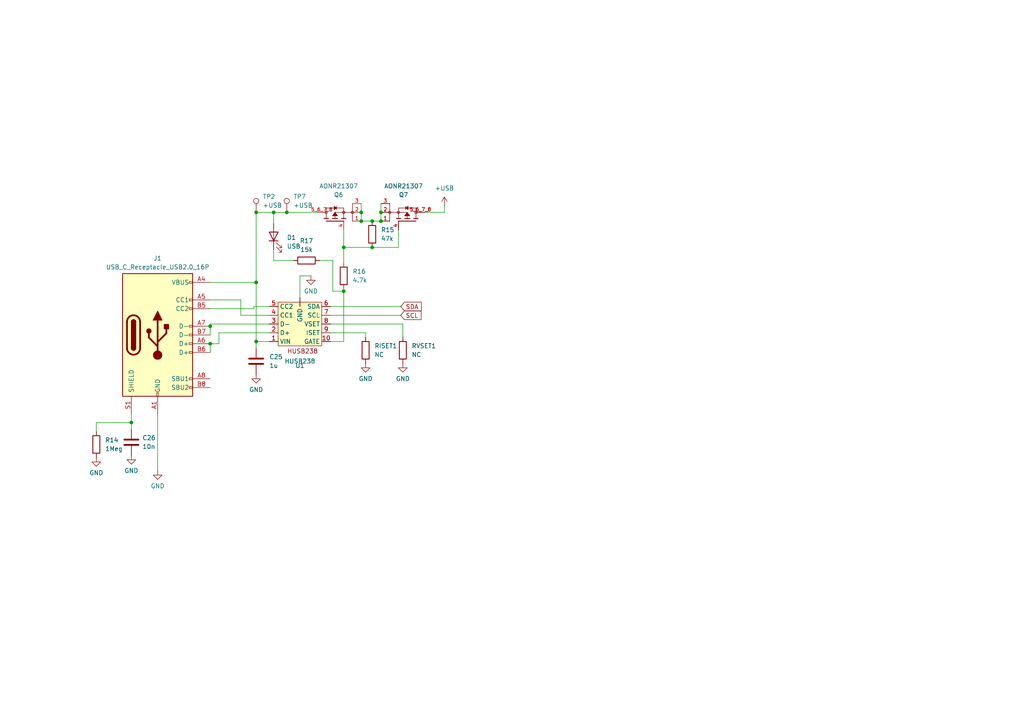
<source format=kicad_sch>
(kicad_sch (version 20231120) (generator "eeschema") (generator_version "8.0")
  (paper "A4")
  (lib_symbols
    (symbol "AONR21307:AONR21307" (pin_names (offset 1.016))
      (property "Reference" "Q" (at 5.08 0.381 0))
      (property "Value" "AONR21307" (at 5.08 -2.159 0))
      (symbol "AONR21307_0_0"
        (polyline (pts (xy 0 -2.54) (xy 0 2.54)) (stroke (width 0.254)))
        (polyline (pts (xy 0 5.08) (xy 2.54 5.08)) (stroke (width 0.1524)))
        (polyline (pts (xy 0.762 -3.175) (xy 0.762 -2.54)) (stroke (width 0.254)))
        (polyline (pts (xy 0.762 -2.54) (xy 0.762 -1.905)) (stroke (width 0.254)))
        (polyline (pts (xy 0.762 -2.54) (xy 3.81 -2.54)) (stroke (width 0.1524)))
        (polyline (pts (xy 0.762 -0.762) (xy 0.762 0)) (stroke (width 0.254)))
        (polyline (pts (xy 0.762 0) (xy 0.762 0.762)) (stroke (width 0.254)))
        (polyline (pts (xy 0.762 0) (xy 2.54 0)) (stroke (width 0.1524)))
        (polyline (pts (xy 0.762 1.905) (xy 0.762 2.54)) (stroke (width 0.254)))
        (polyline (pts (xy 0.762 2.54) (xy 0.762 3.175)) (stroke (width 0.254)))
        (polyline (pts (xy 2.54 0) (xy 2.54 2.54)) (stroke (width 0.1524)))
        (polyline (pts (xy 2.54 2.54) (xy 0.762 2.54)) (stroke (width 0.1524)))
        (polyline (pts (xy 2.54 2.54) (xy 3.81 2.54)) (stroke (width 0.1524)))
        (polyline (pts (xy 2.54 5.08) (xy 2.54 2.54)) (stroke (width 0.1524)))
        (polyline (pts (xy 2.54 5.08) (xy 5.08 5.08)) (stroke (width 0.1524)))
        (polyline (pts (xy 3.302 0.508) (xy 3.81 0.508)) (stroke (width 0.1524)))
        (polyline (pts (xy 3.81 -2.54) (xy 3.81 0.508)) (stroke (width 0.1524)))
        (polyline (pts (xy 3.81 0.508) (xy 3.81 2.54)) (stroke (width 0.1524)))
        (polyline (pts (xy 3.81 0.508) (xy 4.318 0.508)) (stroke (width 0.1524)))
        (polyline (pts (xy 2.54 0) (xy 1.524 0.762) (xy 1.524 -0.762) (xy 2.54 0)) (stroke (width 0.1524)) (fill (type outline)))
        (polyline (pts (xy 3.81 0.508) (xy 4.318 -0.254) (xy 3.302 -0.254) (xy 3.81 0.508)) (stroke (width 0.1524)) (fill (type outline)))
        (circle (center 2.54 -2.54) (radius 0.3592))
        (circle (center 2.54 2.54) (radius 0.3592))
        (circle (center 2.54 5.08) (radius 0.3592))
        (pin passive line (at 0 7.62 270) (length 2.54) (name "~") (number "1"))
        (pin passive line (at 2.54 7.62 270) (length 2.54) (name "~") (number "2"))
        (pin passive line (at 5.08 7.62 270) (length 2.54) (name "~") (number "3"))
        (pin passive line (at -2.54 2.54 0) (length 2.54) (name "~") (number "4"))
        (pin passive line (at 2.54 -5.08 90) (length 2.54) (name "~") (number "5_6_7_8"))
      )
    )
    (symbol "Connector:TestPoint" (pin_numbers hide) (pin_names (offset 0.762) hide)
      (property "Reference" "TP" (at 0 6.858 0))
      (property "Value" "TestPoint" (at 0 5.08 0))
      (symbol "TestPoint_0_1"
        (circle (center 0 3.302) (radius 0.762))
      )
      (symbol "TestPoint_1_1"
        (pin passive line (at 0 0 90) (length 2.54) (name "1") (number "1"))
      )
    )
    (symbol "Connector:USB_C_Receptacle_USB2.0_16P" (pin_names (offset 1.016))
      (property "Reference" "J" (at 0 22.225 0))
      (property "Value" "USB_C_Receptacle_USB2.0_16P" (at 0 19.685 0))
      (symbol "USB_C_Receptacle_USB2.0_16P_0_0"
        (rectangle (start -0.254 -17.78) (end 0.254 -16.764))
        (rectangle (start 10.16 -14.986) (end 9.144 -15.494))
        (rectangle (start 10.16 -12.446) (end 9.144 -12.954))
        (rectangle (start 10.16 -4.826) (end 9.144 -5.334))
        (rectangle (start 10.16 -2.286) (end 9.144 -2.794))
        (rectangle (start 10.16 0.254) (end 9.144 -0.254))
        (rectangle (start 10.16 2.794) (end 9.144 2.286))
        (rectangle (start 10.16 7.874) (end 9.144 7.366))
        (rectangle (start 10.16 10.414) (end 9.144 9.906))
        (rectangle (start 10.16 15.494) (end 9.144 14.986))
      )
      (symbol "USB_C_Receptacle_USB2.0_16P_0_1"
        (rectangle (start -10.16 17.78) (end 10.16 -17.78) (stroke (width 0.254)) (fill (type background)))
        (arc (start -8.89 -3.81) (mid -6.985 -5.7067) (end -5.08 -3.81) (stroke (width 0.508)))
        (arc (start -7.62 -3.81) (mid -6.985 -4.4423) (end -6.35 -3.81) (stroke (width 0.254)))
        (arc (start -7.62 -3.81) (mid -6.985 -4.4423) (end -6.35 -3.81) (stroke (width 0.254)) (fill (type outline)))
        (rectangle (start -7.62 -3.81) (end -6.35 3.81) (stroke (width 0.254)) (fill (type outline)))
        (arc (start -6.35 3.81) (mid -6.985 4.4423) (end -7.62 3.81) (stroke (width 0.254)))
        (arc (start -6.35 3.81) (mid -6.985 4.4423) (end -7.62 3.81) (stroke (width 0.254)) (fill (type outline)))
        (arc (start -5.08 3.81) (mid -6.985 5.7067) (end -8.89 3.81) (stroke (width 0.508)))
        (circle (center -2.54 1.143) (radius 0.635) (stroke (width 0.254)) (fill (type outline)))
        (circle (center 0 -5.842) (radius 1.27) (fill (type outline)))
        (polyline (pts (xy -8.89 -3.81) (xy -8.89 3.81)) (stroke (width 0.508)))
        (polyline (pts (xy -5.08 3.81) (xy -5.08 -3.81)) (stroke (width 0.508)))
        (polyline (pts (xy 0 -5.842) (xy 0 4.318)) (stroke (width 0.508)))
        (polyline (pts (xy 0 -3.302) (xy -2.54 -0.762) (xy -2.54 0.508)) (stroke (width 0.508)))
        (polyline (pts (xy 0 -2.032) (xy 2.54 0.508) (xy 2.54 1.778)) (stroke (width 0.508)))
        (polyline (pts (xy -1.27 4.318) (xy 0 6.858) (xy 1.27 4.318) (xy -1.27 4.318)) (stroke (width 0.254)) (fill (type outline)))
        (rectangle (start 1.905 1.778) (end 3.175 3.048) (stroke (width 0.254)) (fill (type outline)))
      )
      (symbol "USB_C_Receptacle_USB2.0_16P_1_1"
        (pin passive line (at 0 -22.86 90) (length 5.08) (name "GND") (number "A1"))
        (pin passive line (at 0 -22.86 90) (length 5.08) hide (name "GND") (number "A12"))
        (pin passive line (at 15.24 15.24 180) (length 5.08) (name "VBUS") (number "A4"))
        (pin bidirectional line (at 15.24 10.16 180) (length 5.08) (name "CC1") (number "A5"))
        (pin bidirectional line (at 15.24 -2.54 180) (length 5.08) (name "D+") (number "A6"))
        (pin bidirectional line (at 15.24 2.54 180) (length 5.08) (name "D-") (number "A7"))
        (pin bidirectional line (at 15.24 -12.7 180) (length 5.08) (name "SBU1") (number "A8"))
        (pin passive line (at 15.24 15.24 180) (length 5.08) hide (name "VBUS") (number "A9"))
        (pin passive line (at 0 -22.86 90) (length 5.08) hide (name "GND") (number "B1"))
        (pin passive line (at 0 -22.86 90) (length 5.08) hide (name "GND") (number "B12"))
        (pin passive line (at 15.24 15.24 180) (length 5.08) hide (name "VBUS") (number "B4"))
        (pin bidirectional line (at 15.24 7.62 180) (length 5.08) (name "CC2") (number "B5"))
        (pin bidirectional line (at 15.24 -5.08 180) (length 5.08) (name "D+") (number "B6"))
        (pin bidirectional line (at 15.24 0 180) (length 5.08) (name "D-") (number "B7"))
        (pin bidirectional line (at 15.24 -15.24 180) (length 5.08) (name "SBU2") (number "B8"))
        (pin passive line (at 15.24 15.24 180) (length 5.08) hide (name "VBUS") (number "B9"))
        (pin passive line (at -7.62 -22.86 90) (length 5.08) (name "SHIELD") (number "S1"))
      )
    )
    (symbol "Device:C" (pin_numbers hide) (pin_names (offset 0.254))
      (property "Reference" "C" (at 0.635 2.54 0))
      (property "Value" "C" (at 0.635 -2.54 0))
      (symbol "C_0_1"
        (polyline (pts (xy -2.032 -0.762) (xy 2.032 -0.762)) (stroke (width 0.508)))
        (polyline (pts (xy -2.032 0.762) (xy 2.032 0.762)) (stroke (width 0.508)))
      )
      (symbol "C_1_1"
        (pin passive line (at 0 3.81 270) (length 2.794) (name "~") (number "1"))
        (pin passive line (at 0 -3.81 90) (length 2.794) (name "~") (number "2"))
      )
    )
    (symbol "Device:LED" (pin_numbers hide) (pin_names (offset 1.016) hide)
      (property "Reference" "D" (at 0 2.54 0))
      (property "Value" "LED" (at 0 -2.54 0))
      (symbol "LED_0_1"
        (polyline (pts (xy -1.27 -1.27) (xy -1.27 1.27)) (stroke (width 0.254)))
        (polyline (pts (xy -1.27 0) (xy 1.27 0)))
        (polyline (pts (xy 1.27 -1.27) (xy 1.27 1.27) (xy -1.27 0) (xy 1.27 -1.27)) (stroke (width 0.254)))
        (polyline (pts (xy -3.048 -0.762) (xy -4.572 -2.286) (xy -3.81 -2.286) (xy -4.572 -2.286) (xy -4.572 -1.524)))
        (polyline (pts (xy -1.778 -0.762) (xy -3.302 -2.286) (xy -2.54 -2.286) (xy -3.302 -2.286) (xy -3.302 -1.524)))
      )
      (symbol "LED_1_1"
        (pin passive line (at -3.81 0 0) (length 2.54) (name "K") (number "1"))
        (pin passive line (at 3.81 0 180) (length 2.54) (name "A") (number "2"))
      )
    )
    (symbol "Device:R" (pin_numbers hide) (pin_names (offset 0))
      (property "Reference" "R" (at 2.032 0 90))
      (property "Value" "R" (at 0 0 90))
      (symbol "R_0_1"
        (rectangle (start -1.016 -2.54) (end 1.016 2.54) (stroke (width 0.254)))
      )
      (symbol "R_1_1"
        (pin passive line (at 0 3.81 270) (length 1.27) (name "~") (number "1"))
        (pin passive line (at 0 -3.81 90) (length 1.27) (name "~") (number "2"))
      )
    )
    (symbol "HUSB238:HUSB238_"
      (property "Reference" "U" (at 0 0 0))
      (symbol "HUSB238__1_1"
        (rectangle (start 0 -1.27) (end 12.7 -13.97) (fill (type background)))
        (text "HUSB238" (at 7.112 0.254 0) (effects (font (size 1.27 1.27))))
        (pin power_in line (at 6.35 -15.24 90) (length 2.54) (name "GND") (number ""))
        (pin power_in line (at -2.54 -2.54 0) (length 2.54) (name "VIN") (number "1"))
        (pin bidirectional line (at 15.24 -2.54 180) (length 2.54) (name "GATE") (number "10"))
        (pin bidirectional line (at -2.54 -5.08 0) (length 2.54) (name "D+") (number "2"))
        (pin bidirectional line (at -2.54 -7.62 0) (length 2.54) (name "D-") (number "3"))
        (pin bidirectional line (at -2.54 -10.16 0) (length 2.54) (name "CC1") (number "4"))
        (pin bidirectional line (at -2.54 -12.7 0) (length 2.54) (name "CC2") (number "5"))
        (pin bidirectional line (at 15.24 -12.7 180) (length 2.54) (name "SDA") (number "6"))
        (pin bidirectional line (at 15.24 -10.16 180) (length 2.54) (name "SCL") (number "7"))
        (pin bidirectional line (at 15.24 -7.62 180) (length 2.54) (name "VSET") (number "8"))
        (pin bidirectional line (at 15.24 -5.08 180) (length 2.54) (name "ISET") (number "9"))
      )
    )
    (symbol "power:+VSW" (power) (pin_numbers hide) (pin_names (offset 0) hide)
      (property "Value" "+VSW" (at 0 3.556 0))
      (symbol "+VSW_0_1"
        (polyline (pts (xy -0.762 1.27) (xy 0 2.54)))
        (polyline (pts (xy 0 0) (xy 0 2.54)))
        (polyline (pts (xy 0 2.54) (xy 0.762 1.27)))
      )
      (symbol "+VSW_1_1"
        (pin power_in line (at 0 0 90) (length 0) (name "~") (number "1"))
      )
    )
    (symbol "power:GND" (power) (pin_numbers hide) (pin_names (offset 0) hide)
      (property "Value" "GND" (at 0 -3.81 0))
      (symbol "GND_0_1"
        (polyline (pts (xy 0 0) (xy 0 -1.27) (xy 1.27 -1.27) (xy 0 -2.54) (xy -1.27 -1.27) (xy 0 -1.27)))
      )
      (symbol "GND_1_1"
        (pin power_in line (at 0 0 270) (length 0) (name "~") (number "1"))
      )
    )
  )
  (junction (at 83.185 61.595))
  (junction (at 104.775 64.135))
  (junction (at 74.295 81.915))
  (junction (at 99.695 71.755))
  (junction (at 110.49 61.595))
  (junction (at 60.96 94.615))
  (junction (at 74.295 61.595))
  (junction (at 74.295 99.06))
  (junction (at 38.1 122.555))
  (junction (at 107.95 71.755))
  (junction (at 104.775 61.595))
  (junction (at 79.375 61.595))
  (junction (at 110.49 64.135))
  (junction (at 60.96 99.695))
  (junction (at 99.695 84.455))
  (junction (at 107.95 64.135))
  (wire (pts (xy 83.185 61.595) (xy 79.375 61.595)))
  (wire (pts (xy 99.695 99.06) (xy 95.885 99.06)))
  (wire (pts (xy 95.885 96.52) (xy 106.045 96.52)))
  (wire (pts (xy 99.695 71.755) (xy 99.695 76.2)))
  (wire (pts (xy 115.57 66.675) (xy 115.57 71.755)))
  (wire (pts (xy 78.105 96.52) (xy 63.5 96.52)))
  (wire (pts (xy 74.295 99.06) (xy 78.105 99.06)))
  (wire (pts (xy 60.96 99.695) (xy 60.96 102.235)))
  (wire (pts (xy 78.105 88.9) (xy 73.66 88.9)))
  (wire (pts (xy 99.695 71.755) (xy 107.95 71.755)))
  (wire (pts (xy 60.96 94.615) (xy 60.96 97.155)))
  (wire (pts (xy 79.375 61.595) (xy 74.295 61.595)))
  (wire (pts (xy 107.95 64.135) (xy 110.49 64.135)))
  (wire (pts (xy 99.695 66.675) (xy 99.695 71.755)))
  (wire (pts (xy 106.045 96.52) (xy 106.045 97.79)))
  (wire (pts (xy 45.72 120.015) (xy 45.72 136.525)))
  (wire (pts (xy 86.995 86.36) (xy 86.995 80.01)))
  (wire (pts (xy 38.1 120.015) (xy 38.1 122.555)))
  (wire (pts (xy 115.57 71.755) (xy 107.95 71.755)))
  (wire (pts (xy 63.5 99.695) (xy 60.96 99.695)))
  (wire (pts (xy 128.905 61.595) (xy 128.905 59.69)))
  (wire (pts (xy 95.885 88.9) (xy 116.205 88.9)))
  (wire (pts (xy 123.19 61.595) (xy 128.905 61.595)))
  (wire (pts (xy 86.995 80.01) (xy 90.17 80.01)))
  (wire (pts (xy 79.375 61.595) (xy 79.375 64.77)))
  (wire (pts (xy 110.49 61.595) (xy 110.49 64.135)))
  (wire (pts (xy 99.695 84.455) (xy 99.695 99.06)))
  (wire (pts (xy 27.94 125.095) (xy 27.94 122.555)))
  (wire (pts (xy 60.96 81.915) (xy 74.295 81.915)))
  (wire (pts (xy 92.075 61.595) (xy 83.185 61.595)))
  (wire (pts (xy 96.52 75.565) (xy 96.52 84.455)))
  (wire (pts (xy 79.375 75.565) (xy 79.375 72.39)))
  (wire (pts (xy 78.105 93.98) (xy 60.96 93.98)))
  (wire (pts (xy 69.85 86.995) (xy 60.96 86.995)))
  (wire (pts (xy 69.85 91.44) (xy 69.85 86.995)))
  (wire (pts (xy 73.66 89.535) (xy 60.96 89.535)))
  (wire (pts (xy 63.5 96.52) (xy 63.5 99.695)))
  (wire (pts (xy 74.295 61.595) (xy 74.295 81.915)))
  (wire (pts (xy 27.94 122.555) (xy 38.1 122.555)))
  (wire (pts (xy 73.66 88.9) (xy 73.66 89.535)))
  (wire (pts (xy 99.695 83.82) (xy 99.695 84.455)))
  (wire (pts (xy 78.105 91.44) (xy 69.85 91.44)))
  (wire (pts (xy 95.885 91.44) (xy 116.205 91.44)))
  (wire (pts (xy 92.71 75.565) (xy 96.52 75.565)))
  (wire (pts (xy 96.52 84.455) (xy 99.695 84.455)))
  (wire (pts (xy 116.84 97.79) (xy 116.84 93.98)))
  (wire (pts (xy 60.96 93.98) (xy 60.96 94.615)))
  (wire (pts (xy 74.295 81.915) (xy 74.295 99.06)))
  (wire (pts (xy 104.775 59.055) (xy 104.775 61.595)))
  (wire (pts (xy 79.375 75.565) (xy 85.09 75.565)))
  (wire (pts (xy 110.49 59.055) (xy 110.49 61.595)))
  (wire (pts (xy 74.295 99.06) (xy 74.295 100.965)))
  (wire (pts (xy 38.1 122.555) (xy 38.1 124.46)))
  (wire (pts (xy 116.84 93.98) (xy 95.885 93.98)))
  (wire (pts (xy 104.775 61.595) (xy 104.775 64.135)))
  (wire (pts (xy 104.775 64.135) (xy 107.95 64.135)))
  (global_label "SCL" (shape input) (at 116.205 91.44 0) (property "Intersheetrefs" "${INTERSHEET_REFS}" (effects (hide yes))))
  (global_label "SDA" (shape input) (at 116.205 88.9 0) (property "Intersheetrefs" "${INTERSHEET_REFS}" (effects (hide yes))))
  (symbol (lib_id "power:GND") (at 106.045 105.41 0) (unit 1)
    (property "Reference" "#PWR037" (effects (hide yes)))
    (property "Value" "GND" (at 106.045 109.855 0))
    (property "Description" "Power symbol creates a global label with name \"GND\" , ground" (effects (hide yes)))
  )
  (symbol (lib_id "Device:R") (at 88.9 75.565 90) (unit 1)
    (property "Reference" "R17" (at 88.9 69.85 90))
    (property "Value" "15k" (at 88.9 72.39 90))
    (property "Footprint" "Resistor_SMD:R_0603_1608Metric_Pad0.98x0.95mm_HandSolder" (effects (hide yes)))
    (property "Description" "Resistor" (effects (hide yes)))
  )
  (symbol (lib_id "Device:C") (at 38.1 128.27 0) (unit 1)
    (property "Reference" "C26" (at 41.275 126.9999 0) (effects (justify left)))
    (property "Value" "10n" (at 41.275 129.5399 0) (effects (justify left)))
    (property "Footprint" "Capacitor_SMD:C_0805_2012Metric_Pad1.18x1.45mm_HandSolder" (effects (hide yes)))
    (property "Description" "Unpolarized capacitor" (effects (hide yes)))
  )
  (symbol (lib_id "power:GND") (at 27.94 132.715 0) (unit 1)
    (property "Reference" "#PWR041" (effects (hide yes)))
    (property "Value" "GND" (at 27.94 137.16 0))
    (property "Description" "Power symbol creates a global label with name \"GND\" , ground" (effects (hide yes)))
  )
  (symbol (lib_id "Device:R") (at 106.045 101.6 0) (unit 1)
    (property "Reference" "RISET1" (at 108.585 100.3299 0) (effects (justify left)))
    (property "Value" "NC" (at 108.585 102.8699 0) (effects (justify left)))
    (property "Footprint" "Resistor_SMD:R_0603_1608Metric_Pad0.98x0.95mm_HandSolder" (effects (hide yes)))
    (property "Description" "Resistor" (effects (hide yes)))
  )
  (symbol (lib_id "Connector:USB_C_Receptacle_USB2.0_16P") (at 45.72 97.155 0) (unit 1)
    (property "Reference" "J1" (at 45.72 74.93 0))
    (property "Value" "USB_C_Receptacle_USB2.0_16P" (at 45.72 77.47 0))
    (property "Footprint" "Connector_USB:USB_C_Receptacle_HRO_TYPE-C-31-M-12" (effects (hide yes)))
    (property "Datasheet" "https://www.usb.org/sites/default/files/documents/usb_type-c.zip" (effects (hide yes)))
    (property "Description" "USB 2.0-only 16P Type-C Receptacle connector" (effects (hide yes)))
  )
  (symbol (lib_id "Connector:TestPoint") (at 74.295 61.595 0) (unit 1)
    (property "Reference" "TP2" (at 76.2 57.0229 0) (effects (justify left)))
    (property "Value" "+USB" (at 76.2 59.5629 0) (effects (justify left)))
    (property "Footprint" "TestPoint:TestPoint_Pad_1.0x1.0mm" (effects (hide yes)))
    (property "Description" "test point" (effects (hide yes)))
  )
  (symbol (lib_id "Device:LED") (at 79.375 68.58 90) (unit 1)
    (property "Reference" "D1" (at 83.185 68.8974 90) (effects (justify right)))
    (property "Value" "USB" (at 83.185 71.4374 90) (effects (justify right)))
    (property "Footprint" "LED_SMD:LED_0603_1608Metric_Pad1.05x0.95mm_HandSolder" (effects (hide yes)))
    (property "Description" "Light emitting diode" (effects (hide yes)))
  )
  (symbol (lib_id "AONR21307:AONR21307") (at 118.11 64.135 90) (unit 1)
    (property "Reference" "Q7" (at 117.0414 56.515 90))
    (property "Value" "AONR21307" (at 117.0414 53.975 90))
    (property "Footprint" "AONR21307:TRANS_AONR21307" (effects (hide yes)))
    (property "MF" "Alpha & Omega Semiconductor Inc." (effects (hide yes)))
    (property "MAXIMUM_PACKAGE_HEIGHT" "0.90 mm" (effects (hide yes)))
    (property "Package" "PowerVDFN-8 Alpha &amp; Omega Semiconductor Inc." (effects (hide yes)))
    (property "Price" "None" (effects (hide yes)))
    (property "Check_prices" "https://www.snapeda.com/parts/AONR21307/Alpha+%2526+Omega+Semiconductor+Inc./view-part/?ref=eda" (effects (hide yes)))
    (property "STANDARD" "Manufacturer recommendations" (effects (hide yes)))
    (property "PARTREV" "1.1" (effects (hide yes)))
    (property "SnapEDA_Link" "https://www.snapeda.com/parts/AONR21307/Alpha+%2526+Omega+Semiconductor+Inc./view-part/?ref=snap" (effects (hide yes)))
    (property "MP" "AONR21307" (effects (hide yes)))
    (property "Description_1" "\n                        \n                            P-Channel 30 V 24A (Tc) 5W (Ta), 28W (Tc) Surface Mount 8-DFN-EP (3x3)\n                        \n" (effects (hide yes)))
    (property "Availability" "In Stock" (effects (hide yes)))
    (property "MANUFACTURER" "Alpha and Omega Semiconductor Inc." (effects (hide yes)))
  )
  (symbol (lib_id "power:GND") (at 38.1 132.08 0) (unit 1)
    (property "Reference" "#PWR040" (effects (hide yes)))
    (property "Value" "GND" (at 38.1 136.525 0))
    (property "Description" "Power symbol creates a global label with name \"GND\" , ground" (effects (hide yes)))
  )
  (symbol (lib_id "Connector:TestPoint") (at 83.185 61.595 0) (unit 1)
    (property "Reference" "TP7" (at 85.09 57.0229 0) (effects (justify left)))
    (property "Value" "+USB" (at 85.09 59.5629 0) (effects (justify left)))
    (property "Footprint" "TestPoint:TestPoint_Pad_1.0x1.0mm" (effects (hide yes)))
    (property "Description" "test point" (effects (hide yes)))
  )
  (symbol (lib_id "power:+VSW") (at 128.905 59.69 0) (unit 1)
    (property "Reference" "#PWR043" (effects (hide yes)))
    (property "Value" "+USB" (at 128.905 54.61 0))
    (property "Description" "Power symbol creates a global label with name \"+VSW\"" (effects (hide yes)))
  )
  (symbol (lib_id "Device:R") (at 116.84 101.6 0) (unit 1)
    (property "Reference" "RVSET1" (at 119.38 100.3299 0) (effects (justify left)))
    (property "Value" "NC" (at 119.38 102.8699 0) (effects (justify left)))
    (property "Footprint" "Resistor_SMD:R_0603_1608Metric_Pad0.98x0.95mm_HandSolder" (effects (hide yes)))
    (property "Description" "Resistor" (effects (hide yes)))
  )
  (symbol (lib_id "Device:R") (at 107.95 67.945 0) (unit 1)
    (property "Reference" "R15" (at 110.49 66.6749 0) (effects (justify left)))
    (property "Value" "47k" (at 110.49 69.2149 0) (effects (justify left)))
    (property "Footprint" "Resistor_SMD:R_0603_1608Metric_Pad0.98x0.95mm_HandSolder" (effects (hide yes)))
    (property "Description" "Resistor" (effects (hide yes)))
  )
  (symbol (lib_id "HUSB238:HUSB238_") (at 80.645 101.6 0) (mirror x) (unit 1)
    (property "Reference" "U1" (at 86.995 106.045 0))
    (property "Value" "HUSB238" (at 86.995 104.775 0))
    (property "Footprint" "Package_DFN_QFN:DFN-10-1EP_2.6x2.6mm_P0.5mm_EP1.3x2.2mm_ThermalVias" (effects (hide yes)))
  )
  (symbol (lib_id "Device:C") (at 74.295 104.775 0) (unit 1)
    (property "Reference" "C25" (at 78.105 103.5049 0) (effects (justify left)))
    (property "Value" "1u" (at 78.105 106.0449 0) (effects (justify left)))
    (property "Footprint" "Capacitor_SMD:C_0805_2012Metric_Pad1.18x1.45mm_HandSolder" (effects (hide yes)))
    (property "Description" "Unpolarized capacitor" (effects (hide yes)))
  )
  (symbol (lib_id "AONR21307:AONR21307") (at 97.155 64.135 270) (mirror x) (unit 1)
    (property "Reference" "Q6" (at 98.2236 56.515 90))
    (property "Value" "AONR21307" (at 98.2236 53.975 90))
    (property "Footprint" "AONR21307:TRANS_AONR21307" (effects (hide yes)))
    (property "MF" "Alpha & Omega Semiconductor Inc." (effects (hide yes)))
    (property "MAXIMUM_PACKAGE_HEIGHT" "0.90 mm" (effects (hide yes)))
    (property "Package" "PowerVDFN-8 Alpha &amp; Omega Semiconductor Inc." (effects (hide yes)))
    (property "Price" "None" (effects (hide yes)))
    (property "Check_prices" "https://www.snapeda.com/parts/AONR21307/Alpha+%2526+Omega+Semiconductor+Inc./view-part/?ref=eda" (effects (hide yes)))
    (property "STANDARD" "Manufacturer recommendations" (effects (hide yes)))
    (property "PARTREV" "1.1" (effects (hide yes)))
    (property "SnapEDA_Link" "https://www.snapeda.com/parts/AONR21307/Alpha+%2526+Omega+Semiconductor+Inc./view-part/?ref=snap" (effects (hide yes)))
    (property "MP" "AONR21307" (effects (hide yes)))
    (property "Description_1" "\n                        \n                            P-Channel 30 V 24A (Tc) 5W (Ta), 28W (Tc) Surface Mount 8-DFN-EP (3x3)\n                        \n" (effects (hide yes)))
    (property "Availability" "In Stock" (effects (hide yes)))
    (property "MANUFACTURER" "Alpha and Omega Semiconductor Inc." (effects (hide yes)))
  )
  (symbol (lib_id "Device:R") (at 27.94 128.905 0) (unit 1)
    (property "Reference" "R14" (at 30.48 127.6349 0) (effects (justify left)))
    (property "Value" "1Meg" (at 30.48 130.1749 0) (effects (justify left)))
    (property "Footprint" "Resistor_SMD:R_0805_2012Metric_Pad1.20x1.40mm_HandSolder" (effects (hide yes)))
    (property "Description" "Resistor" (effects (hide yes)))
  )
  (symbol (lib_id "Device:R") (at 99.695 80.01 0) (unit 1)
    (property "Reference" "R16" (at 102.235 78.7399 0) (effects (justify left)))
    (property "Value" "4.7k" (at 102.235 81.2799 0) (effects (justify left)))
    (property "Footprint" "Resistor_SMD:R_0603_1608Metric_Pad0.98x0.95mm_HandSolder" (effects (hide yes)))
    (property "Description" "Resistor" (effects (hide yes)))
  )
  (symbol (lib_id "power:GND") (at 45.72 136.525 0) (unit 1)
    (property "Reference" "#PWR039" (effects (hide yes)))
    (property "Value" "GND" (at 45.72 140.97 0))
    (property "Description" "Power symbol creates a global label with name \"GND\" , ground" (effects (hide yes)))
  )
  (symbol (lib_id "power:GND") (at 116.84 105.41 0) (unit 1)
    (property "Reference" "#PWR038" (effects (hide yes)))
    (property "Value" "GND" (at 116.84 109.855 0))
    (property "Description" "Power symbol creates a global label with name \"GND\" , ground" (effects (hide yes)))
  )
  (symbol (lib_id "power:GND") (at 90.17 80.01 0) (unit 1)
    (property "Reference" "#PWR035" (effects (hide yes)))
    (property "Value" "GND" (at 90.17 84.455 0))
    (property "Description" "Power symbol creates a global label with name \"GND\" , ground" (effects (hide yes)))
  )
  (symbol (lib_id "power:GND") (at 74.295 108.585 0) (unit 1)
    (property "Reference" "#PWR036" (effects (hide yes)))
    (property "Value" "GND" (at 74.295 113.03 0))
    (property "Description" "Power symbol creates a global label with name \"GND\" , ground" (effects (hide yes)))
  )
)
</source>
